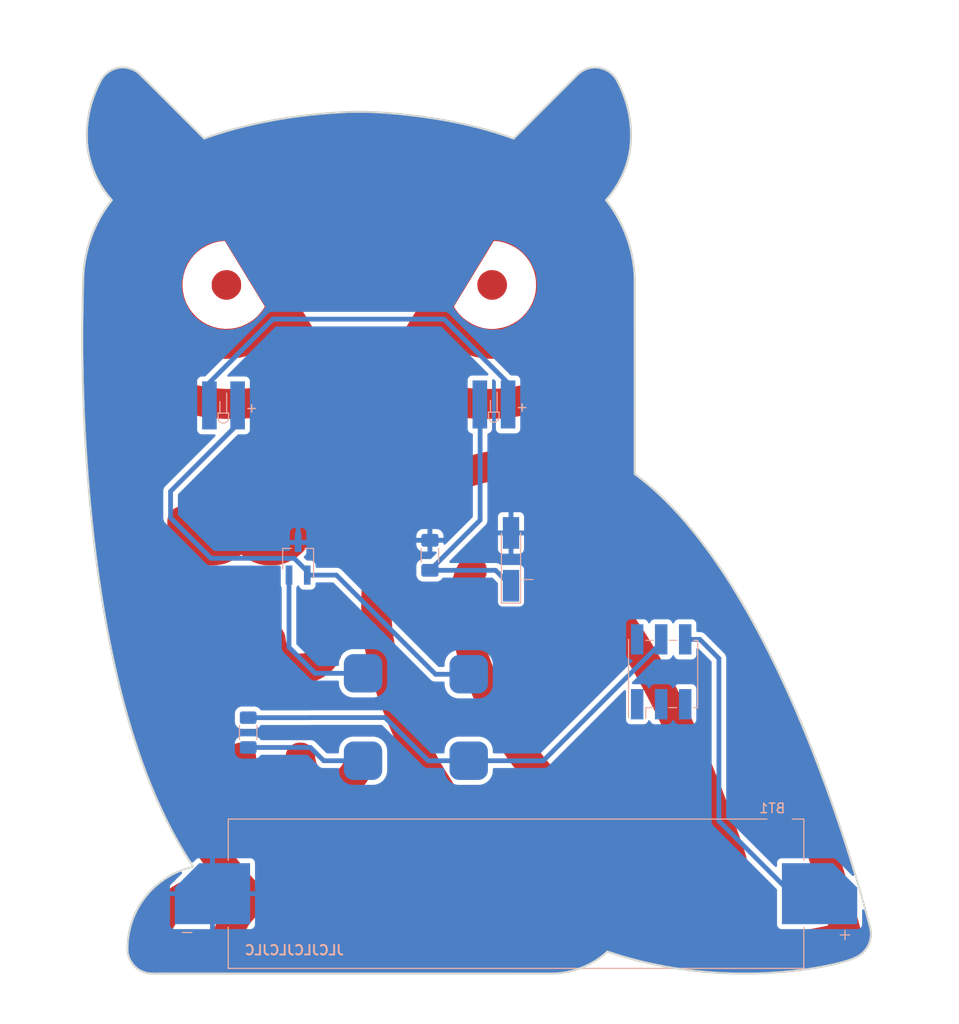
<source format=kicad_pcb>
(kicad_pcb (version 20221018) (generator pcbnew)
  (title_block (date "2023-10-28"))
  (layers (0 "F.Cu" signal) (31 "B.Cu" signal) (34 "B.Paste" user) (35 "F.Paste" user) (36 "B.SilkS" user "B.Silkscreen") (37 "F.SilkS" user "F.Silkscreen") (38 "B.Mask" user) (39 "F.Mask" user) (44 "Edge.Cuts" user))
  (net 0 "")
  (net 1 "GND")
  (net 2 "Net-(D2-K)")
  (net 3 "Net-(D1-K)")
  (net 4 "Net-(D1-A)")
  (net 5 "Net-(Q1-B)")
  (net 6 "Net-(T1-AA)")
  (net 7 "/3V")
  (net 12 "/VBAT")
  (footprint "hacrafu:owl" (layer "F.Cu") (at 224.36 76.663122)
    (fp_text reference "OWL1" hide)
    (fp_text value "~" hide)
  )
  (footprint "Capacitor_SMD:C_1206_3216Metric_Pad1.33x1.80mm_HandSolder" (layer "B.Cu") (at 219.41 80.22 90)
    (fp_text reference "C1")
    (fp_text value "10n")
  )
  (footprint "hacrafu:5mm_SMD-Pad" (layer "B.Cu") (at 197.95 64.77)
    (fp_text reference "D1")
    (fp_text value "LED")
  )
  (footprint "hacrafu:5mm_SMD-Pad" (layer "B.Cu") (at 226.11 64.67)
    (fp_text reference "D2")
    (fp_text value "LED")
  )
  (footprint "hacrafu:Z-Diode Minimelf" (layer "B.Cu") (at 227.8525 80.64 90)
    (fp_text reference "D3")
    (fp_text value "3V6")
  )
  (footprint "Package_TO_SOT_SMD:SOT-23W_Handsoldering" (layer "B.Cu") (at 205.69 80.58 90)
    (fp_text reference "Q1")
    (fp_text value "BC 847")
  )
  (footprint "Binary_Kitchen:SolderWire-0.1sqmm_1x04_P3.6mm_D0.4mm_OD1mm_SMD" (layer "B.Cu") (at 215.95 91.6)
    (fp_text reference "T1")
    (fp_text value "Transformer_1P_1S")
  )
  (footprint "Resistor_SMD:R_1206_3216Metric_Pad1.30x1.75mm_HandSolder" (layer "B.Cu") (at 200.49 98.67 -90)
    (fp_text reference "R1")
    (fp_text value "360R")
  )
  (footprint "hacrafu:Batteryholder AA SMD 1024" (layer "B.Cu") (at 228.375 115.44 180)
    (fp_text reference "BT1")
    (fp_text value "Battery_Cell")
  )
  (footprint "hacrafu:Switch_MSS22D18" (layer "B.Cu") (at 243.49 92.47 90)
    (fp_text reference "SW2")
    (fp_text value "DPDT")
  )
  (gr_curve (pts (xy 187.390259 29.438955) (xy 186.456227 29.455174) (xy 185.550711 30.003695) (xy 185.130492 30.842822)) (stroke (width 0.2)) (layer "Edge.Cuts"))
  (gr_curve (pts (xy 237.75 43.25) (xy 239.23023 41.590627) (xy 240.181723 39.448991) (xy 240.329053 37.223347)) (stroke (width 0.2)) (layer "Edge.Cuts"))
  (gr_curve (pts (xy 191.786168 123.761921) (xy 205.24566 123.760598) (xy 218.70523 123.764885) (xy 232.164675 123.757926)) (stroke (width 0.2)) (layer "Edge.Cuts"))
  (gr_curve (pts (xy 245.344003 75.986389) (xy 243.950746 74.431517) (xy 242.415757 73.001581) (xy 240.740515 71.754215)) (stroke (width 0.2)) (layer "Edge.Cuts"))
  (gr_curve (pts (xy 215.518251 34.224659) (xy 213.720898 34.069033) (xy 211.912709 33.995545) (xy 210.11079 34.115679)) (stroke (width 0.2)) (layer "Edge.Cuts"))
  (gr_curve (pts (xy 228.129394 36.84367) (xy 224.080328 35.364489) (xy 219.803016 34.595988) (xy 215.518251 34.224659)) (stroke (width 0.2)) (layer "Edge.Cuts"))
  (gr_curve (pts (xy 185.898321 42.779856) (xy 186.025781 42.942226) (xy 186.158996 43.100105) (xy 186.295752 43.254656)) (stroke (width 0.2)) (layer "Edge.Cuts"))
  (gr_curve (pts (xy 238.807341 30.660553) (xy 238.288718 29.812412) (xy 237.257295 29.326303) (xy 236.27277 29.462916)) (stroke (width 0.2)) (layer "Edge.Cuts"))
  (gr_curve (pts (xy 184.498973 79.302892) (xy 185.139506 84.575146) (xy 186.04154 89.822889) (xy 187.368188 94.968122)) (stroke (width 0.2)) (layer "Edge.Cuts"))
  (gr_curve (pts (xy 183.689849 36.827816) (xy 183.760818 38.981305) (xy 184.542786 41.103537) (xy 185.898321 42.779856)) (stroke (width 0.2)) (layer "Edge.Cuts"))
  (gr_curve (pts (xy 183.265079 61.614467) (xy 183.392253 67.525775) (xy 183.805562 73.429751) (xy 184.498973 79.302892)) (stroke (width 0.2)) (layer "Edge.Cuts"))
  (gr_line (start 187.390259 29.43895) (end 187.390259 29.43895) (stroke (width 0.2)) (layer "Edge.Cuts"))
  (gr_curve (pts (xy 186.295752 43.254656) (xy 184.380649 45.654664) (xy 183.314114 48.709063) (xy 183.305467 51.778606)) (stroke (width 0.2)) (layer "Edge.Cuts"))
  (gr_curve (pts (xy 210.11079 34.115679) (xy 206.238322 34.332709) (xy 202.377848 34.912957) (xy 198.639707 35.957344)) (stroke (width 0.2)) (layer "Edge.Cuts"))
  (gr_curve (pts (xy 240.733927 51.384552) (xy 240.645979 48.446911) (xy 239.57965 45.549174) (xy 237.75 43.25)) (stroke (width 0.2)) (layer "Edge.Cuts"))
  (gr_curve (pts (xy 189.953411 123.695259) (xy 190.556122 123.819182) (xy 191.175758 123.739209) (xy 191.786168 123.761921)) (stroke (width 0.2)) (layer "Edge.Cuts"))
  (gr_curve (pts (xy 237.895208 121.462831) (xy 243.051376 123.22913) (xy 248.545222 123.926691) (xy 253.983002 123.722139)) (stroke (width 0.2)) (layer "Edge.Cuts"))
  (gr_curve (pts (xy 192.86693 109.480617) (xy 193.458954 110.559556) (xy 194.094124 111.615199) (xy 194.782575 112.635465)) (stroke (width 0.2)) (layer "Edge.Cuts"))
  (gr_curve (pts (xy 198.639707 35.957344) (xy 197.719087 36.217874) (xy 196.80679 36.50885) (xy 195.90964 36.841603)) (stroke (width 0.2)) (layer "Edge.Cuts"))
  (gr_curve (pts (xy 252.917543 86.925727) (xy 250.762206 83.043904) (xy 248.31737 79.295577) (xy 245.344003 75.986389)) (stroke (width 0.2)) (layer "Edge.Cuts"))
  (gr_curve (pts (xy 262.392387 122.556151) (xy 263.188871 122.32386) (xy 264.038083 122.075535) (xy 264.615555 121.440612)) (stroke (width 0.2)) (layer "Edge.Cuts"))
  (gr_curve (pts (xy 234.552178 30.423671) (xy 232.409735 32.562373) (xy 230.269569 34.702697) (xy 228.129394 36.84367)) (stroke (width 0.2)) (layer "Edge.Cuts"))
  (gr_curve (pts (xy 253.983002 123.722139) (xy 256.813325 123.601549) (xy 259.648807 123.281263) (xy 262.392387 122.556151)) (stroke (width 0.2)) (layer "Edge.Cuts"))
  (gr_curve (pts (xy 260.469929 103.794911) (xy 258.342398 98.009292) (xy 255.901472 92.325076) (xy 252.917543 86.925727)) (stroke (width 0.2)) (layer "Edge.Cuts"))
  (gr_curve (pts (xy 264.615555 121.440612) (xy 265.235966 120.801375) (xy 265.47222 119.839371) (xy 265.249835 118.980478)) (stroke (width 0.2)) (layer "Edge.Cuts"))
  (gr_curve (pts (xy 185.130492 30.842822) (xy 184.149623 32.669008) (xy 183.630643 34.752974) (xy 183.689849 36.827816)) (stroke (width 0.2)) (layer "Edge.Cuts"))
  (gr_curve (pts (xy 183.305467 51.778606) (xy 183.218536 55.056409) (xy 183.18918 58.336127) (xy 183.265079 61.614467)) (stroke (width 0.2)) (layer "Edge.Cuts"))
  (gr_curve (pts (xy 187.368188 94.968122) (xy 188.674754 99.980915) (xy 190.384976 104.920325) (xy 192.86693 109.480617)) (stroke (width 0.2)) (layer "Edge.Cuts"))
  (gr_curve (pts (xy 236.27277 29.462916) (xy 235.60023 29.544503) (xy 234.99571 29.921973) (xy 234.552178 30.423671)) (stroke (width 0.2)) (layer "Edge.Cuts"))
  (gr_curve (pts (xy 189.13543 30.083107) (xy 188.657357 29.656821) (xy 188.027117 29.439511) (xy 187.390259 29.43895)) (stroke (width 0.2)) (layer "Edge.Cuts"))
  (gr_curve (pts (xy 195.90964 36.841603) (xy 193.650899 34.589543) (xy 191.40684 32.321973) (xy 189.13543 30.083107)) (stroke (width 0.2)) (layer "Edge.Cuts"))
  (gr_curve (pts (xy 188.988936 116.982132) (xy 188.257447 118.320749) (xy 187.876841 119.856138) (xy 187.92521 121.381697)) (stroke (width 0.2)) (layer "Edge.Cuts"))
  (gr_curve (pts (xy 265.249835 118.980478) (xy 263.907445 113.844394) (xy 262.294338 108.779989) (xy 260.469929 103.794911)) (stroke (width 0.2)) (layer "Edge.Cuts"))
  (gr_curve (pts (xy 187.92521 121.381697) (xy 188.003394 122.485592) (xy 188.864542 123.480349) (xy 189.953411 123.695259)) (stroke (width 0.2)) (layer "Edge.Cuts"))
  (gr_curve (pts (xy 232.164675 123.757926) (xy 234.26923 123.720157) (xy 236.349427 122.893482) (xy 237.895208 121.462831)) (stroke (width 0.2)) (layer "Edge.Cuts"))
  (gr_curve (pts (xy 194.782575 112.635465) (xy 192.344553 113.159337) (xy 190.173264 114.787383) (xy 188.988936 116.982132)) (stroke (width 0.2)) (layer "Edge.Cuts"))
  (gr_curve (pts (xy 240.329053 37.223347) (xy 240.481808 34.949575) (xy 239.916869 32.644638) (xy 238.807341 30.660553)) (stroke (width 0.2)) (layer "Edge.Cuts"))
  (gr_curve (pts (xy 240.740515 71.754215) (xy 240.738928 64.96435) (xy 240.74586 58.174292) (xy 240.733927 51.384552)) (stroke (width 0.2)) (layer "Edge.Cuts"))
  (gr_text "JLCJLCJLCJLC" (at 210.57 121.9) (layer "B.SilkS") (effects (font (size 1 1) (thickness 0.2) bold) (justify left bottom mirror)))
  (segment (start 224.61 64.52) (end 224.64 64.55) (width 0.5) (layer "B.Cu") (net 2))
  (segment (start 226.245 81.7825) (end 227.8525 83.39) (width 0.5) (layer "B.Cu") (net 2))
  (segment (start 224.64 64.55) (end 224.64 76.5525) (width 0.5) (layer "B.Cu") (net 2))
  (segment (start 224.64 76.5525) (end 219.41 81.7825) (width 0.5) (layer "B.Cu") (net 2))
  (segment (start 219.41 81.7825) (end 226.245 81.7825) (width 0.5) (layer "B.Cu") (net 2))
  (segment (start 220.89 55.64) (end 227.55 62.3) (width 0.5) (layer "B.Cu") (net 3))
  (segment (start 227.55 62.3) (end 227.55 64.52) (width 0.5) (layer "B.Cu") (net 3))
  (segment (start 196.45 62.25) (end 203.06 55.64) (width 0.5) (layer "B.Cu") (net 3))
  (segment (start 196.45 64.62) (end 196.45 62.25) (width 0.5) (layer "B.Cu") (net 3))
  (segment (start 203.06 55.64) (end 220.89 55.64) (width 0.5) (layer "B.Cu") (net 3))
  (segment (start 206.64 82.28) (end 209.67 82.28) (width 0.5) (layer "B.Cu") (net 4))
  (segment (start 219.99 92.6) (end 223.45 92.6) (width 0.5) (layer "B.Cu") (net 4))
  (segment (start 192.41 76.32) (end 196.62 80.53) (width 0.5) (layer "B.Cu") (net 4))
  (segment (start 205.28 80.53) (end 206.64 81.89) (width 0.5) (layer "B.Cu") (net 4))
  (segment (start 209.67 82.28) (end 219.99 92.6) (width 0.5) (layer "B.Cu") (net 4))
  (segment (start 199.39 64.62) (end 199.39 66.583604) (width 0.5) (layer "B.Cu") (net 4))
  (segment (start 196.62 80.53) (end 205.28 80.53) (width 0.5) (layer "B.Cu") (net 4))
  (segment (start 206.64 81.89) (end 206.64 82.28) (width 0.5) (layer "B.Cu") (net 4))
  (segment (start 199.39 66.583604) (end 192.41 73.563604) (width 0.5) (layer "B.Cu") (net 4))
  (segment (start 192.41 73.563604) (end 192.41 76.32) (width 0.5) (layer "B.Cu") (net 4))
  (segment (start 204.74 82.28) (end 204.74 89.79) (width 0.5) (layer "B.Cu") (net 5))
  (segment (start 207.45 92.5) (end 212.45 92.5) (width 0.5) (layer "B.Cu") (net 5))
  (segment (start 204.74 89.79) (end 207.45 92.5) (width 0.5) (layer "B.Cu") (net 5))
  (segment (start 200.49 100.22) (end 206.97 100.22) (width 0.5) (layer "B.Cu") (net 6))
  (segment (start 208.35 101.6) (end 212.45 101.6) (width 0.5) (layer "B.Cu") (net 6))
  (segment (start 206.97 100.22) (end 208.35 101.6) (width 0.5) (layer "B.Cu") (net 6))
  (segment (start 214.74 97.11) (end 206.96 97.11) (width 0.5) (layer "B.Cu") (net 7))
  (segment (start 206.95 97.12) (end 200.49 97.12) (width 0.5) (layer "B.Cu") (net 7))
  (segment (start 243.49 88.97) (end 243.49 89.331396) (width 0.5) (layer "B.Cu") (net 7))
  (segment (start 206.96 97.11) (end 206.95 97.12) (width 0.5) (layer "B.Cu") (net 7))
  (segment (start 243.49 89.331396) (end 231.221396 101.6) (width 0.5) (layer "B.Cu") (net 7))
  (segment (start 231.221396 101.6) (end 223.45 101.6) (width 0.5) (layer "B.Cu") (net 7))
  (segment (start 219.23 101.6) (end 214.74 97.11) (width 0.5) (layer "B.Cu") (net 7))
  (segment (start 223.45 101.6) (end 219.23 101.6) (width 0.5) (layer "B.Cu") (net 7))
  (segment (start 245.99 88.97) (end 247.51 88.97) (width 0.5) (layer "B.Cu") (net 12))
  (segment (start 249.5 107.865) (end 257.075 115.44) (width 0.5) (layer "B.Cu") (net 12))
  (segment (start 249.5 90.96) (end 249.5 107.865) (width 0.5) (layer "B.Cu") (net 12))
  (segment (start 247.51 88.97) (end 249.5 90.96) (width 0.5) (layer "B.Cu") (net 12))
  (segment (start 257.075 115.44) (end 259.98 115.44) (width 0.5) (layer "B.Cu") (net 12))
  (zone (net 1) (net_name "GND") (layer "B.Cu") (connect_pads (clearance 0.508)) (min_thickness 0.254) (fill yes (thermal_gap 0.508) (thermal_bridge_width 0.508))
    (polygon (pts (xy 274.5 129) (xy 175.5 129) (xy 174.65 22.425) (xy 273.65 22.425)))
  )
  (zone (net 0) (net_name "") (layer "B.Cu") (name "Eyes") (connect_pads (clearance 0)) (min_thickness 0.25)
    (keepout (tracks not_allowed) (vias not_allowed) (pads not_allowed) (copperpour not_allowed) (footprints allowed))
    (fill (thermal_gap 0.5) (thermal_bridge_width 0.5))
    (polygon (pts (xy 198.085249 47.444862) (xy 202.310249 54.369862) (xy 201.810249 55.069862) (xy 200.935249 55.894862) (xy 200.185249 56.294862) (xy 199.735249 56.494862) (xy 199.085249 56.669862) (xy 198.335249 56.744862) (xy 197.385249 56.694862) (xy 196.410249 56.369862) (xy 195.585249 55.944862) (xy 194.785249 55.269862) (xy 194.235249 54.469862) (xy 193.785249 53.519862) (xy 193.635249 52.869862) (xy 193.585249 52.394862) (xy 193.560249 52.069862) (xy 193.585249 51.719862) (xy 193.710249 51.069862) (xy 193.760249 50.844862) (xy 193.960249 50.219862) (xy 194.110249 49.894862) (xy 194.335249 49.519862) (xy 194.885249 48.844862) (xy 195.435249 48.344862) (xy 195.910249 48.044862) (xy 196.335249 47.819862) (xy 196.710249 47.694862) (xy 197.185249 47.544862) (xy 197.635249 47.469862)))
  )
  (zone (net 0) (net_name "") (layer "B.Cu") (name "Eyes") (connect_pads (clearance 0)) (min_thickness 0.25)
    (keepout (tracks not_allowed) (vias not_allowed) (pads not_allowed) (copperpour not_allowed) (footprints allowed))
    (fill (thermal_gap 0.5) (thermal_bridge_width 0.5))
    (polygon (pts (xy 226.04754 47.399935) (xy 221.79754 54.399935) (xy 222.64754 55.424935) (xy 223.62254 56.174935) (xy 224.52254 56.524935) (xy 225.67254 56.749935) (xy 226.92254 56.699935) (xy 228.27254 56.124935) (xy 229.29754 55.274935) (xy 230.09754 54.124935) (xy 230.52254 52.899935) (xy 230.57254 51.924935) (xy 230.44754 50.849935) (xy 230.24754 50.399935) (xy 229.74754 49.424935) (xy 229.32254 48.924935) (xy 228.94754 48.549935) (xy 228.54754 48.249935) (xy 228.07254 47.924935) (xy 227.44754 47.674935) (xy 226.87254 47.499935) (xy 226.19754 47.399935)))
  )
)
</source>
